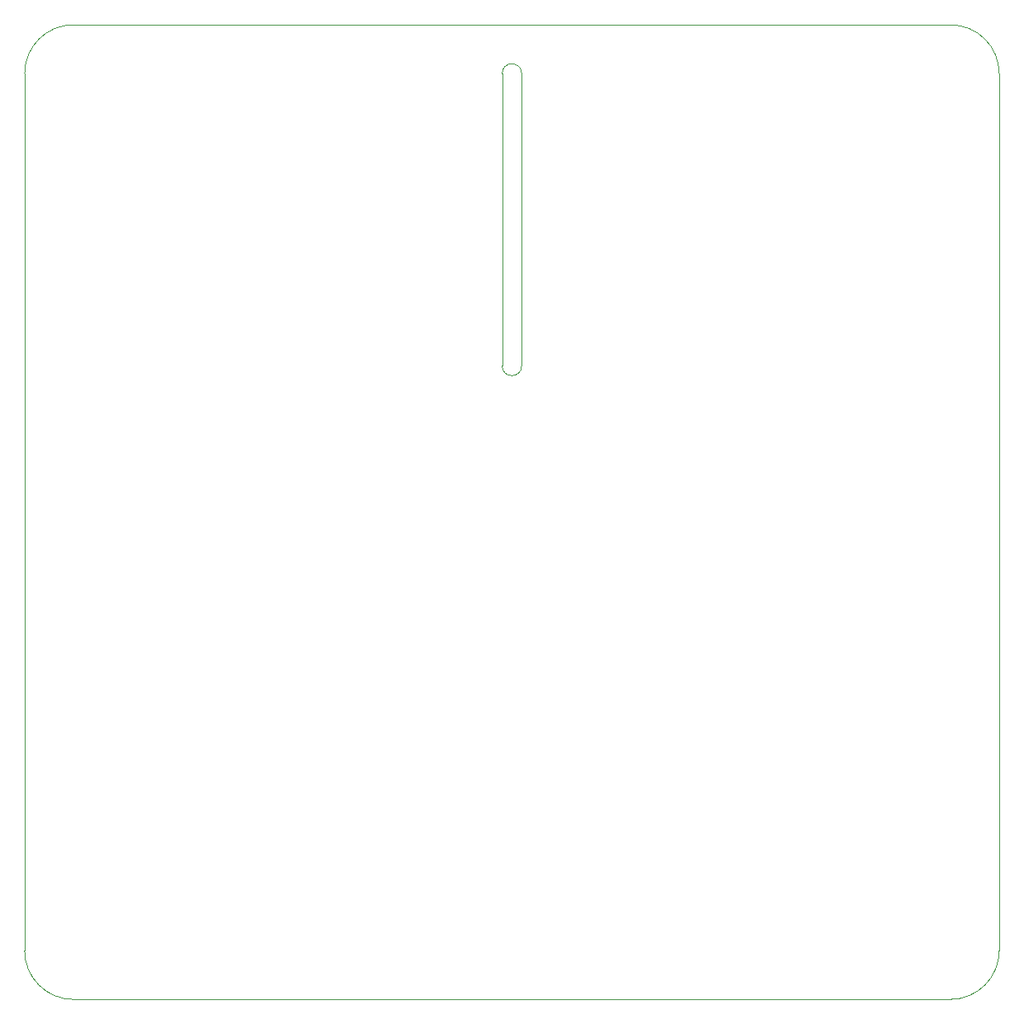
<source format=gbr>
%TF.GenerationSoftware,KiCad,Pcbnew,(5.1.10)-1*%
%TF.CreationDate,2021-09-26T04:03:23+09:00*%
%TF.ProjectId,HAS-CT-Board,4841532d-4354-42d4-926f-6172642e6b69,rev?*%
%TF.SameCoordinates,Original*%
%TF.FileFunction,Profile,NP*%
%FSLAX46Y46*%
G04 Gerber Fmt 4.6, Leading zero omitted, Abs format (unit mm)*
G04 Created by KiCad (PCBNEW (5.1.10)-1) date 2021-09-26 04:03:23*
%MOMM*%
%LPD*%
G01*
G04 APERTURE LIST*
%TA.AperFunction,Profile*%
%ADD10C,0.050000*%
%TD*%
G04 APERTURE END LIST*
D10*
X101000000Y-85000000D02*
G75*
G02*
X99000000Y-85000000I-1000000J0D01*
G01*
X99000000Y-85000000D02*
X99000000Y-55000000D01*
X101000000Y-85000000D02*
X101000000Y-55000000D01*
X99000000Y-55000000D02*
G75*
G02*
X101000000Y-55000000I1000000J0D01*
G01*
X145000000Y-50000000D02*
G75*
G02*
X150000000Y-55000000I0J-5000000D01*
G01*
X150000000Y-145000000D02*
G75*
G02*
X145000000Y-150000000I-5000000J0D01*
G01*
X55000000Y-150000000D02*
G75*
G02*
X50000000Y-145000000I0J5000000D01*
G01*
X50000000Y-55000000D02*
G75*
G02*
X55000000Y-50000000I5000000J0D01*
G01*
X145000000Y-50000000D02*
X55000000Y-50000000D01*
X150000000Y-145000000D02*
X150000000Y-55000000D01*
X55000000Y-150000000D02*
X145000000Y-150000000D01*
X50000000Y-55000000D02*
X50000000Y-145000000D01*
M02*

</source>
